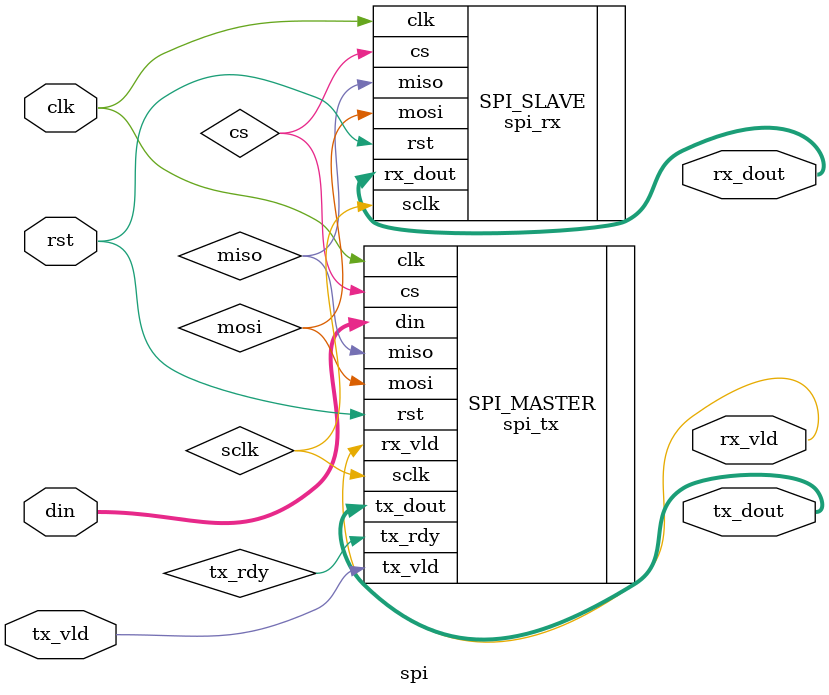
<source format=sv>
`timescale 1ns/1ns 
module spi #(parameter mode = 0, dvsr = 31, width = 8)(/*AUTOARG*/
   // Outputs
   rx_vld, rx_dout, tx_dout,
   // Inputs
   clk, rst, din, tx_vld
   ); 
   input  clk; 
   input  rst;
   input [width-1:0] din;
   input	     tx_vld;
   output	     rx_vld;
   output [width-1:0] rx_dout;
   output [width-1:0] tx_dout;
   
   
 
 
  /*AUTOREG*/ 
  /*AUTOWIRE*/ 
  // Beginning of automatic wires (for undeclared instantiated-module outputs)
  wire			cs;			// From MOD1 of spi_tx.v
  wire			miso;			// From MOD1 of spi_rx.v
  wire			mosi;			// From MOD1 of spi_tx.v
  wire			sclk;			// From MOD1 of spi_tx.v
  wire			tx_rdy;			// From MOD1 of spi_tx.v
  // End of automatics
 
spi_tx #(/*AUTOINSTPARAM*/
	 // Parameters
	 .mode				(mode),
	 .dvsr				(dvsr),
	 .width				(width)) SPI_MASTER (/*AUTOINST*/
						       // Outputs
						       .mosi		(mosi),
						       .sclk		(sclk),
						       .cs		(cs),
						       .tx_dout		(tx_dout[width-1:0]),
						       .tx_rdy		(tx_rdy),
						       .rx_vld		(rx_vld),
						       .din		(din[width-1:0]),
						       // Inputs
						       .miso		(miso),
						       .tx_vld		(tx_vld),
						       .rst		(rst),
						       .clk		(clk)); 
spi_rx #(/*AUTOINSTPARAM*/
	 // Parameters
	 .mode				(mode),
	 .width				(width)) SPI_SLAVE (/*AUTOINST*/
						       // Outputs
						       .miso		(miso),
						       .rx_dout		(rx_dout[width-1:0]),
						       // Inputs
						       .mosi		(mosi),
						       .sclk		(sclk),
						       .cs		(cs),
						       .rst		(rst),
						       .clk		(clk)); 
 
endmodule 
// Local Variables: 
// verilog-library-directories:("~/Projects/FPGA_Projects/iVerilog/design/*") 
// End:

</source>
